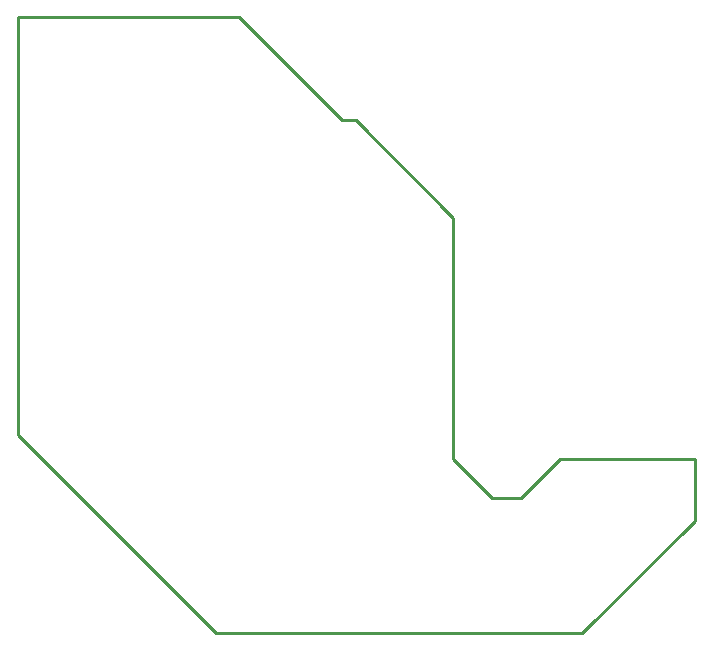
<source format=gm1>
G04 Layer_Color=16711935*
%FSLAX43Y43*%
%MOMM*%
G71*
G01*
G75*
%ADD10C,0.254*%
D10*
X52451Y71247D02*
Y106680D01*
Y71247D02*
X69215Y54483D01*
X100203D01*
X109728Y64008D01*
Y69215D01*
X98298D02*
X109728D01*
X94996Y65913D02*
X98298Y69215D01*
X92583Y65913D02*
X94996D01*
X89281Y69215D02*
X92583Y65913D01*
X89281Y69215D02*
Y89662D01*
X81026Y97917D02*
X89281Y89662D01*
X79883Y97917D02*
X81026D01*
X71120Y106680D02*
X79883Y97917D01*
X52451Y106680D02*
X71120D01*
M02*

</source>
